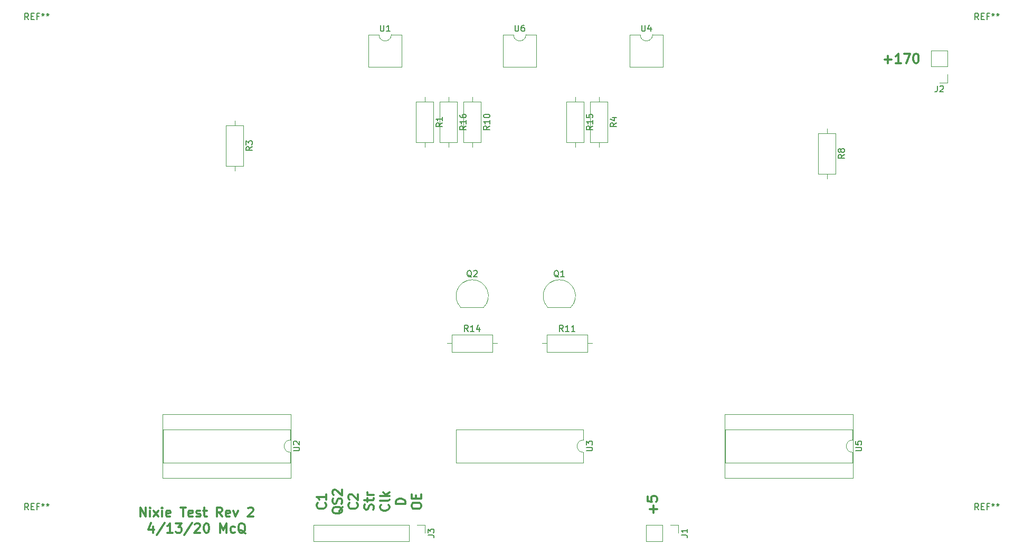
<source format=gbr>
G04 #@! TF.GenerationSoftware,KiCad,Pcbnew,5.0.2+dfsg1-1~bpo9+1*
G04 #@! TF.CreationDate,2020-04-30T19:20:10-04:00*
G04 #@! TF.ProjectId,NixieTest,4e697869-6554-4657-9374-2e6b69636164,rev?*
G04 #@! TF.SameCoordinates,Original*
G04 #@! TF.FileFunction,Legend,Top*
G04 #@! TF.FilePolarity,Positive*
%FSLAX46Y46*%
G04 Gerber Fmt 4.6, Leading zero omitted, Abs format (unit mm)*
G04 Created by KiCad (PCBNEW 5.0.2+dfsg1-1~bpo9+1) date Thu 30 Apr 2020 07:20:10 PM EDT*
%MOMM*%
%LPD*%
G01*
G04 APERTURE LIST*
%ADD10C,0.300000*%
%ADD11C,0.120000*%
%ADD12C,0.150000*%
G04 APERTURE END LIST*
D10*
X67418285Y-104051571D02*
X67418285Y-102551571D01*
X68275428Y-104051571D01*
X68275428Y-102551571D01*
X68989714Y-104051571D02*
X68989714Y-103051571D01*
X68989714Y-102551571D02*
X68918285Y-102623000D01*
X68989714Y-102694428D01*
X69061142Y-102623000D01*
X68989714Y-102551571D01*
X68989714Y-102694428D01*
X69561142Y-104051571D02*
X70346857Y-103051571D01*
X69561142Y-103051571D02*
X70346857Y-104051571D01*
X70918285Y-104051571D02*
X70918285Y-103051571D01*
X70918285Y-102551571D02*
X70846857Y-102623000D01*
X70918285Y-102694428D01*
X70989714Y-102623000D01*
X70918285Y-102551571D01*
X70918285Y-102694428D01*
X72204000Y-103980142D02*
X72061142Y-104051571D01*
X71775428Y-104051571D01*
X71632571Y-103980142D01*
X71561142Y-103837285D01*
X71561142Y-103265857D01*
X71632571Y-103123000D01*
X71775428Y-103051571D01*
X72061142Y-103051571D01*
X72204000Y-103123000D01*
X72275428Y-103265857D01*
X72275428Y-103408714D01*
X71561142Y-103551571D01*
X73846857Y-102551571D02*
X74704000Y-102551571D01*
X74275428Y-104051571D02*
X74275428Y-102551571D01*
X75775428Y-103980142D02*
X75632571Y-104051571D01*
X75346857Y-104051571D01*
X75204000Y-103980142D01*
X75132571Y-103837285D01*
X75132571Y-103265857D01*
X75204000Y-103123000D01*
X75346857Y-103051571D01*
X75632571Y-103051571D01*
X75775428Y-103123000D01*
X75846857Y-103265857D01*
X75846857Y-103408714D01*
X75132571Y-103551571D01*
X76418285Y-103980142D02*
X76561142Y-104051571D01*
X76846857Y-104051571D01*
X76989714Y-103980142D01*
X77061142Y-103837285D01*
X77061142Y-103765857D01*
X76989714Y-103623000D01*
X76846857Y-103551571D01*
X76632571Y-103551571D01*
X76489714Y-103480142D01*
X76418285Y-103337285D01*
X76418285Y-103265857D01*
X76489714Y-103123000D01*
X76632571Y-103051571D01*
X76846857Y-103051571D01*
X76989714Y-103123000D01*
X77489714Y-103051571D02*
X78061142Y-103051571D01*
X77704000Y-102551571D02*
X77704000Y-103837285D01*
X77775428Y-103980142D01*
X77918285Y-104051571D01*
X78061142Y-104051571D01*
X80561142Y-104051571D02*
X80061142Y-103337285D01*
X79704000Y-104051571D02*
X79704000Y-102551571D01*
X80275428Y-102551571D01*
X80418285Y-102623000D01*
X80489714Y-102694428D01*
X80561142Y-102837285D01*
X80561142Y-103051571D01*
X80489714Y-103194428D01*
X80418285Y-103265857D01*
X80275428Y-103337285D01*
X79704000Y-103337285D01*
X81775428Y-103980142D02*
X81632571Y-104051571D01*
X81346857Y-104051571D01*
X81204000Y-103980142D01*
X81132571Y-103837285D01*
X81132571Y-103265857D01*
X81204000Y-103123000D01*
X81346857Y-103051571D01*
X81632571Y-103051571D01*
X81775428Y-103123000D01*
X81846857Y-103265857D01*
X81846857Y-103408714D01*
X81132571Y-103551571D01*
X82346857Y-103051571D02*
X82704000Y-104051571D01*
X83061142Y-103051571D01*
X84704000Y-102694428D02*
X84775428Y-102623000D01*
X84918285Y-102551571D01*
X85275428Y-102551571D01*
X85418285Y-102623000D01*
X85489714Y-102694428D01*
X85561142Y-102837285D01*
X85561142Y-102980142D01*
X85489714Y-103194428D01*
X84632571Y-104051571D01*
X85561142Y-104051571D01*
X69454000Y-105601571D02*
X69454000Y-106601571D01*
X69096857Y-105030142D02*
X68739714Y-106101571D01*
X69668285Y-106101571D01*
X71311142Y-105030142D02*
X70025428Y-106958714D01*
X72596857Y-106601571D02*
X71739714Y-106601571D01*
X72168285Y-106601571D02*
X72168285Y-105101571D01*
X72025428Y-105315857D01*
X71882571Y-105458714D01*
X71739714Y-105530142D01*
X73096857Y-105101571D02*
X74025428Y-105101571D01*
X73525428Y-105673000D01*
X73739714Y-105673000D01*
X73882571Y-105744428D01*
X73954000Y-105815857D01*
X74025428Y-105958714D01*
X74025428Y-106315857D01*
X73954000Y-106458714D01*
X73882571Y-106530142D01*
X73739714Y-106601571D01*
X73311142Y-106601571D01*
X73168285Y-106530142D01*
X73096857Y-106458714D01*
X75739714Y-105030142D02*
X74454000Y-106958714D01*
X76168285Y-105244428D02*
X76239714Y-105173000D01*
X76382571Y-105101571D01*
X76739714Y-105101571D01*
X76882571Y-105173000D01*
X76954000Y-105244428D01*
X77025428Y-105387285D01*
X77025428Y-105530142D01*
X76954000Y-105744428D01*
X76096857Y-106601571D01*
X77025428Y-106601571D01*
X77954000Y-105101571D02*
X78096857Y-105101571D01*
X78239714Y-105173000D01*
X78311142Y-105244428D01*
X78382571Y-105387285D01*
X78454000Y-105673000D01*
X78454000Y-106030142D01*
X78382571Y-106315857D01*
X78311142Y-106458714D01*
X78239714Y-106530142D01*
X78096857Y-106601571D01*
X77954000Y-106601571D01*
X77811142Y-106530142D01*
X77739714Y-106458714D01*
X77668285Y-106315857D01*
X77596857Y-106030142D01*
X77596857Y-105673000D01*
X77668285Y-105387285D01*
X77739714Y-105244428D01*
X77811142Y-105173000D01*
X77954000Y-105101571D01*
X80239714Y-106601571D02*
X80239714Y-105101571D01*
X80739714Y-106173000D01*
X81239714Y-105101571D01*
X81239714Y-106601571D01*
X82596857Y-106530142D02*
X82454000Y-106601571D01*
X82168285Y-106601571D01*
X82025428Y-106530142D01*
X81954000Y-106458714D01*
X81882571Y-106315857D01*
X81882571Y-105887285D01*
X81954000Y-105744428D01*
X82025428Y-105673000D01*
X82168285Y-105601571D01*
X82454000Y-105601571D01*
X82596857Y-105673000D01*
X84239714Y-106744428D02*
X84096857Y-106673000D01*
X83954000Y-106530142D01*
X83739714Y-106315857D01*
X83596857Y-106244428D01*
X83454000Y-106244428D01*
X83525428Y-106601571D02*
X83382571Y-106530142D01*
X83239714Y-106387285D01*
X83168285Y-106101571D01*
X83168285Y-105601571D01*
X83239714Y-105315857D01*
X83382571Y-105173000D01*
X83525428Y-105101571D01*
X83811142Y-105101571D01*
X83954000Y-105173000D01*
X84096857Y-105315857D01*
X84168285Y-105601571D01*
X84168285Y-106101571D01*
X84096857Y-106387285D01*
X83954000Y-106530142D01*
X83811142Y-106601571D01*
X83525428Y-106601571D01*
X149713142Y-103393714D02*
X149713142Y-102250857D01*
X150284571Y-102822285D02*
X149141714Y-102822285D01*
X148784571Y-100822285D02*
X148784571Y-101536571D01*
X149498857Y-101608000D01*
X149427428Y-101536571D01*
X149356000Y-101393714D01*
X149356000Y-101036571D01*
X149427428Y-100893714D01*
X149498857Y-100822285D01*
X149641714Y-100750857D01*
X149998857Y-100750857D01*
X150141714Y-100822285D01*
X150213142Y-100893714D01*
X150284571Y-101036571D01*
X150284571Y-101393714D01*
X150213142Y-101536571D01*
X150141714Y-101608000D01*
X186769714Y-30587142D02*
X187912571Y-30587142D01*
X187341142Y-31158571D02*
X187341142Y-30015714D01*
X189412571Y-31158571D02*
X188555428Y-31158571D01*
X188984000Y-31158571D02*
X188984000Y-29658571D01*
X188841142Y-29872857D01*
X188698285Y-30015714D01*
X188555428Y-30087142D01*
X189912571Y-29658571D02*
X190912571Y-29658571D01*
X190269714Y-31158571D01*
X191769714Y-29658571D02*
X191912571Y-29658571D01*
X192055428Y-29730000D01*
X192126857Y-29801428D01*
X192198285Y-29944285D01*
X192269714Y-30230000D01*
X192269714Y-30587142D01*
X192198285Y-30872857D01*
X192126857Y-31015714D01*
X192055428Y-31087142D01*
X191912571Y-31158571D01*
X191769714Y-31158571D01*
X191626857Y-31087142D01*
X191555428Y-31015714D01*
X191484000Y-30872857D01*
X191412571Y-30587142D01*
X191412571Y-30230000D01*
X191484000Y-29944285D01*
X191555428Y-29801428D01*
X191626857Y-29730000D01*
X191769714Y-29658571D01*
X97055714Y-101850000D02*
X97127142Y-101921428D01*
X97198571Y-102135714D01*
X97198571Y-102278571D01*
X97127142Y-102492857D01*
X96984285Y-102635714D01*
X96841428Y-102707142D01*
X96555714Y-102778571D01*
X96341428Y-102778571D01*
X96055714Y-102707142D01*
X95912857Y-102635714D01*
X95770000Y-102492857D01*
X95698571Y-102278571D01*
X95698571Y-102135714D01*
X95770000Y-101921428D01*
X95841428Y-101850000D01*
X97198571Y-100421428D02*
X97198571Y-101278571D01*
X97198571Y-100850000D02*
X95698571Y-100850000D01*
X95912857Y-100992857D01*
X96055714Y-101135714D01*
X96127142Y-101278571D01*
X99881428Y-102457142D02*
X99810000Y-102600000D01*
X99667142Y-102742857D01*
X99452857Y-102957142D01*
X99381428Y-103100000D01*
X99381428Y-103242857D01*
X99738571Y-103171428D02*
X99667142Y-103314285D01*
X99524285Y-103457142D01*
X99238571Y-103528571D01*
X98738571Y-103528571D01*
X98452857Y-103457142D01*
X98310000Y-103314285D01*
X98238571Y-103171428D01*
X98238571Y-102885714D01*
X98310000Y-102742857D01*
X98452857Y-102600000D01*
X98738571Y-102528571D01*
X99238571Y-102528571D01*
X99524285Y-102600000D01*
X99667142Y-102742857D01*
X99738571Y-102885714D01*
X99738571Y-103171428D01*
X99667142Y-101957142D02*
X99738571Y-101742857D01*
X99738571Y-101385714D01*
X99667142Y-101242857D01*
X99595714Y-101171428D01*
X99452857Y-101100000D01*
X99310000Y-101100000D01*
X99167142Y-101171428D01*
X99095714Y-101242857D01*
X99024285Y-101385714D01*
X98952857Y-101671428D01*
X98881428Y-101814285D01*
X98810000Y-101885714D01*
X98667142Y-101957142D01*
X98524285Y-101957142D01*
X98381428Y-101885714D01*
X98310000Y-101814285D01*
X98238571Y-101671428D01*
X98238571Y-101314285D01*
X98310000Y-101100000D01*
X98381428Y-100528571D02*
X98310000Y-100457142D01*
X98238571Y-100314285D01*
X98238571Y-99957142D01*
X98310000Y-99814285D01*
X98381428Y-99742857D01*
X98524285Y-99671428D01*
X98667142Y-99671428D01*
X98881428Y-99742857D01*
X99738571Y-100600000D01*
X99738571Y-99671428D01*
X102135714Y-101850000D02*
X102207142Y-101921428D01*
X102278571Y-102135714D01*
X102278571Y-102278571D01*
X102207142Y-102492857D01*
X102064285Y-102635714D01*
X101921428Y-102707142D01*
X101635714Y-102778571D01*
X101421428Y-102778571D01*
X101135714Y-102707142D01*
X100992857Y-102635714D01*
X100850000Y-102492857D01*
X100778571Y-102278571D01*
X100778571Y-102135714D01*
X100850000Y-101921428D01*
X100921428Y-101850000D01*
X100921428Y-101278571D02*
X100850000Y-101207142D01*
X100778571Y-101064285D01*
X100778571Y-100707142D01*
X100850000Y-100564285D01*
X100921428Y-100492857D01*
X101064285Y-100421428D01*
X101207142Y-100421428D01*
X101421428Y-100492857D01*
X102278571Y-101350000D01*
X102278571Y-100421428D01*
X104747142Y-102921428D02*
X104818571Y-102707142D01*
X104818571Y-102350000D01*
X104747142Y-102207142D01*
X104675714Y-102135714D01*
X104532857Y-102064285D01*
X104390000Y-102064285D01*
X104247142Y-102135714D01*
X104175714Y-102207142D01*
X104104285Y-102350000D01*
X104032857Y-102635714D01*
X103961428Y-102778571D01*
X103890000Y-102850000D01*
X103747142Y-102921428D01*
X103604285Y-102921428D01*
X103461428Y-102850000D01*
X103390000Y-102778571D01*
X103318571Y-102635714D01*
X103318571Y-102278571D01*
X103390000Y-102064285D01*
X103818571Y-101635714D02*
X103818571Y-101064285D01*
X103318571Y-101421428D02*
X104604285Y-101421428D01*
X104747142Y-101350000D01*
X104818571Y-101207142D01*
X104818571Y-101064285D01*
X104818571Y-100564285D02*
X103818571Y-100564285D01*
X104104285Y-100564285D02*
X103961428Y-100492857D01*
X103890000Y-100421428D01*
X103818571Y-100278571D01*
X103818571Y-100135714D01*
X107215714Y-102135714D02*
X107287142Y-102207142D01*
X107358571Y-102421428D01*
X107358571Y-102564285D01*
X107287142Y-102778571D01*
X107144285Y-102921428D01*
X107001428Y-102992857D01*
X106715714Y-103064285D01*
X106501428Y-103064285D01*
X106215714Y-102992857D01*
X106072857Y-102921428D01*
X105930000Y-102778571D01*
X105858571Y-102564285D01*
X105858571Y-102421428D01*
X105930000Y-102207142D01*
X106001428Y-102135714D01*
X107358571Y-101278571D02*
X107287142Y-101421428D01*
X107144285Y-101492857D01*
X105858571Y-101492857D01*
X107358571Y-100707142D02*
X105858571Y-100707142D01*
X106787142Y-100564285D02*
X107358571Y-100135714D01*
X106358571Y-100135714D02*
X106930000Y-100707142D01*
X109898571Y-101992857D02*
X108398571Y-101992857D01*
X108398571Y-101635714D01*
X108470000Y-101421428D01*
X108612857Y-101278571D01*
X108755714Y-101207142D01*
X109041428Y-101135714D01*
X109255714Y-101135714D01*
X109541428Y-101207142D01*
X109684285Y-101278571D01*
X109827142Y-101421428D01*
X109898571Y-101635714D01*
X109898571Y-101992857D01*
X110938571Y-102421428D02*
X110938571Y-102135714D01*
X111010000Y-101992857D01*
X111152857Y-101850000D01*
X111438571Y-101778571D01*
X111938571Y-101778571D01*
X112224285Y-101850000D01*
X112367142Y-101992857D01*
X112438571Y-102135714D01*
X112438571Y-102421428D01*
X112367142Y-102564285D01*
X112224285Y-102707142D01*
X111938571Y-102778571D01*
X111438571Y-102778571D01*
X111152857Y-102707142D01*
X111010000Y-102564285D01*
X110938571Y-102421428D01*
X111652857Y-101135714D02*
X111652857Y-100635714D01*
X112438571Y-100421428D02*
X112438571Y-101135714D01*
X110938571Y-101135714D01*
X110938571Y-100421428D01*
D11*
G04 #@! TO.C,J1*
X153730000Y-105350000D02*
X153730000Y-106680000D01*
X152400000Y-105350000D02*
X153730000Y-105350000D01*
X151130000Y-105350000D02*
X151130000Y-108010000D01*
X151130000Y-108010000D02*
X148530000Y-108010000D01*
X151130000Y-105350000D02*
X148530000Y-105350000D01*
X148530000Y-105350000D02*
X148530000Y-108010000D01*
G04 #@! TO.C,J2*
X196910000Y-29150000D02*
X194250000Y-29150000D01*
X196910000Y-31750000D02*
X196910000Y-29150000D01*
X194250000Y-31750000D02*
X194250000Y-29150000D01*
X196910000Y-31750000D02*
X194250000Y-31750000D01*
X196910000Y-33020000D02*
X196910000Y-34350000D01*
X196910000Y-34350000D02*
X195580000Y-34350000D01*
G04 #@! TO.C,J3*
X95190000Y-105350000D02*
X95190000Y-108010000D01*
X110490000Y-105350000D02*
X95190000Y-105350000D01*
X110490000Y-108010000D02*
X95190000Y-108010000D01*
X110490000Y-105350000D02*
X110490000Y-108010000D01*
X111760000Y-105350000D02*
X113090000Y-105350000D01*
X113090000Y-105350000D02*
X113090000Y-106680000D01*
G04 #@! TO.C,Q1*
X132820000Y-70430000D02*
X136420000Y-70430000D01*
X132781522Y-70418478D02*
G75*
G02X134620000Y-65980000I1838478J1838478D01*
G01*
X136458478Y-70418478D02*
G75*
G03X134620000Y-65980000I-1838478J1838478D01*
G01*
G04 #@! TO.C,Q2*
X122488478Y-70418478D02*
G75*
G03X120650000Y-65980000I-1838478J1838478D01*
G01*
X118811522Y-70418478D02*
G75*
G02X120650000Y-65980000I1838478J1838478D01*
G01*
X118850000Y-70430000D02*
X122450000Y-70430000D01*
G04 #@! TO.C,R1*
X114400000Y-37370000D02*
X111660000Y-37370000D01*
X111660000Y-37370000D02*
X111660000Y-43910000D01*
X111660000Y-43910000D02*
X114400000Y-43910000D01*
X114400000Y-43910000D02*
X114400000Y-37370000D01*
X113030000Y-36600000D02*
X113030000Y-37370000D01*
X113030000Y-44680000D02*
X113030000Y-43910000D01*
G04 #@! TO.C,R3*
X82550000Y-48490000D02*
X82550000Y-47720000D01*
X82550000Y-40410000D02*
X82550000Y-41180000D01*
X83920000Y-47720000D02*
X83920000Y-41180000D01*
X81180000Y-47720000D02*
X83920000Y-47720000D01*
X81180000Y-41180000D02*
X81180000Y-47720000D01*
X83920000Y-41180000D02*
X81180000Y-41180000D01*
G04 #@! TO.C,R4*
X140970000Y-44680000D02*
X140970000Y-43910000D01*
X140970000Y-36600000D02*
X140970000Y-37370000D01*
X142340000Y-43910000D02*
X142340000Y-37370000D01*
X139600000Y-43910000D02*
X142340000Y-43910000D01*
X139600000Y-37370000D02*
X139600000Y-43910000D01*
X142340000Y-37370000D02*
X139600000Y-37370000D01*
G04 #@! TO.C,R8*
X178916000Y-42450000D02*
X176176000Y-42450000D01*
X176176000Y-42450000D02*
X176176000Y-48990000D01*
X176176000Y-48990000D02*
X178916000Y-48990000D01*
X178916000Y-48990000D02*
X178916000Y-42450000D01*
X177546000Y-41680000D02*
X177546000Y-42450000D01*
X177546000Y-49760000D02*
X177546000Y-48990000D01*
G04 #@! TO.C,R10*
X122020000Y-37370000D02*
X119280000Y-37370000D01*
X119280000Y-37370000D02*
X119280000Y-43910000D01*
X119280000Y-43910000D02*
X122020000Y-43910000D01*
X122020000Y-43910000D02*
X122020000Y-37370000D01*
X120650000Y-36600000D02*
X120650000Y-37370000D01*
X120650000Y-44680000D02*
X120650000Y-43910000D01*
G04 #@! TO.C,R11*
X139930000Y-76200000D02*
X139160000Y-76200000D01*
X131850000Y-76200000D02*
X132620000Y-76200000D01*
X139160000Y-74830000D02*
X132620000Y-74830000D01*
X139160000Y-77570000D02*
X139160000Y-74830000D01*
X132620000Y-77570000D02*
X139160000Y-77570000D01*
X132620000Y-74830000D02*
X132620000Y-77570000D01*
G04 #@! TO.C,R14*
X117380000Y-74830000D02*
X117380000Y-77570000D01*
X117380000Y-77570000D02*
X123920000Y-77570000D01*
X123920000Y-77570000D02*
X123920000Y-74830000D01*
X123920000Y-74830000D02*
X117380000Y-74830000D01*
X116610000Y-76200000D02*
X117380000Y-76200000D01*
X124690000Y-76200000D02*
X123920000Y-76200000D01*
G04 #@! TO.C,R15*
X138530000Y-37370000D02*
X135790000Y-37370000D01*
X135790000Y-37370000D02*
X135790000Y-43910000D01*
X135790000Y-43910000D02*
X138530000Y-43910000D01*
X138530000Y-43910000D02*
X138530000Y-37370000D01*
X137160000Y-36600000D02*
X137160000Y-37370000D01*
X137160000Y-44680000D02*
X137160000Y-43910000D01*
G04 #@! TO.C,R16*
X116840000Y-44680000D02*
X116840000Y-43910000D01*
X116840000Y-36600000D02*
X116840000Y-37370000D01*
X118210000Y-43910000D02*
X118210000Y-37370000D01*
X115470000Y-43910000D02*
X118210000Y-43910000D01*
X115470000Y-37370000D02*
X115470000Y-43910000D01*
X118210000Y-37370000D02*
X115470000Y-37370000D01*
G04 #@! TO.C,U1*
X107680000Y-26610000D02*
G75*
G02X105680000Y-26610000I-1000000J0D01*
G01*
X105680000Y-26610000D02*
X104030000Y-26610000D01*
X104030000Y-26610000D02*
X104030000Y-31810000D01*
X104030000Y-31810000D02*
X109330000Y-31810000D01*
X109330000Y-31810000D02*
X109330000Y-26610000D01*
X109330000Y-26610000D02*
X107680000Y-26610000D01*
G04 #@! TO.C,U2*
X91500000Y-93710000D02*
G75*
G02X91500000Y-91710000I0J1000000D01*
G01*
X91500000Y-91710000D02*
X91500000Y-90060000D01*
X91500000Y-90060000D02*
X71060000Y-90060000D01*
X71060000Y-90060000D02*
X71060000Y-95360000D01*
X71060000Y-95360000D02*
X91500000Y-95360000D01*
X91500000Y-95360000D02*
X91500000Y-93710000D01*
X91560000Y-87570000D02*
X71000000Y-87570000D01*
X71000000Y-87570000D02*
X71000000Y-97850000D01*
X71000000Y-97850000D02*
X91560000Y-97850000D01*
X91560000Y-97850000D02*
X91560000Y-87570000D01*
G04 #@! TO.C,U3*
X138490000Y-93710000D02*
G75*
G02X138490000Y-91710000I0J1000000D01*
G01*
X138490000Y-91710000D02*
X138490000Y-90060000D01*
X138490000Y-90060000D02*
X118050000Y-90060000D01*
X118050000Y-90060000D02*
X118050000Y-95360000D01*
X118050000Y-95360000D02*
X138490000Y-95360000D01*
X138490000Y-95360000D02*
X138490000Y-93710000D01*
G04 #@! TO.C,U4*
X151240000Y-26610000D02*
X149590000Y-26610000D01*
X151240000Y-31810000D02*
X151240000Y-26610000D01*
X145940000Y-31810000D02*
X151240000Y-31810000D01*
X145940000Y-26610000D02*
X145940000Y-31810000D01*
X147590000Y-26610000D02*
X145940000Y-26610000D01*
X149590000Y-26610000D02*
G75*
G02X147590000Y-26610000I-1000000J0D01*
G01*
G04 #@! TO.C,U5*
X181730000Y-97850000D02*
X181730000Y-87570000D01*
X161170000Y-97850000D02*
X181730000Y-97850000D01*
X161170000Y-87570000D02*
X161170000Y-97850000D01*
X181730000Y-87570000D02*
X161170000Y-87570000D01*
X181670000Y-95360000D02*
X181670000Y-93710000D01*
X161230000Y-95360000D02*
X181670000Y-95360000D01*
X161230000Y-90060000D02*
X161230000Y-95360000D01*
X181670000Y-90060000D02*
X161230000Y-90060000D01*
X181670000Y-91710000D02*
X181670000Y-90060000D01*
X181670000Y-93710000D02*
G75*
G02X181670000Y-91710000I0J1000000D01*
G01*
G04 #@! TO.C,U6*
X129270000Y-26610000D02*
G75*
G02X127270000Y-26610000I-1000000J0D01*
G01*
X127270000Y-26610000D02*
X125620000Y-26610000D01*
X125620000Y-26610000D02*
X125620000Y-31810000D01*
X125620000Y-31810000D02*
X130920000Y-31810000D01*
X130920000Y-31810000D02*
X130920000Y-26610000D01*
X130920000Y-26610000D02*
X129270000Y-26610000D01*
G04 #@! TO.C,J1*
D12*
X154182380Y-107013333D02*
X154896666Y-107013333D01*
X155039523Y-107060952D01*
X155134761Y-107156190D01*
X155182380Y-107299047D01*
X155182380Y-107394285D01*
X155182380Y-106013333D02*
X155182380Y-106584761D01*
X155182380Y-106299047D02*
X154182380Y-106299047D01*
X154325238Y-106394285D01*
X154420476Y-106489523D01*
X154468095Y-106584761D01*
G04 #@! TO.C,J2*
X195246666Y-34802380D02*
X195246666Y-35516666D01*
X195199047Y-35659523D01*
X195103809Y-35754761D01*
X194960952Y-35802380D01*
X194865714Y-35802380D01*
X195675238Y-34897619D02*
X195722857Y-34850000D01*
X195818095Y-34802380D01*
X196056190Y-34802380D01*
X196151428Y-34850000D01*
X196199047Y-34897619D01*
X196246666Y-34992857D01*
X196246666Y-35088095D01*
X196199047Y-35230952D01*
X195627619Y-35802380D01*
X196246666Y-35802380D01*
G04 #@! TO.C,J3*
X113542380Y-107013333D02*
X114256666Y-107013333D01*
X114399523Y-107060952D01*
X114494761Y-107156190D01*
X114542380Y-107299047D01*
X114542380Y-107394285D01*
X113542380Y-106632380D02*
X113542380Y-106013333D01*
X113923333Y-106346666D01*
X113923333Y-106203809D01*
X113970952Y-106108571D01*
X114018571Y-106060952D01*
X114113809Y-106013333D01*
X114351904Y-106013333D01*
X114447142Y-106060952D01*
X114494761Y-106108571D01*
X114542380Y-106203809D01*
X114542380Y-106489523D01*
X114494761Y-106584761D01*
X114447142Y-106632380D01*
G04 #@! TO.C,Q1*
X134524761Y-65567619D02*
X134429523Y-65520000D01*
X134334285Y-65424761D01*
X134191428Y-65281904D01*
X134096190Y-65234285D01*
X134000952Y-65234285D01*
X134048571Y-65472380D02*
X133953333Y-65424761D01*
X133858095Y-65329523D01*
X133810476Y-65139047D01*
X133810476Y-64805714D01*
X133858095Y-64615238D01*
X133953333Y-64520000D01*
X134048571Y-64472380D01*
X134239047Y-64472380D01*
X134334285Y-64520000D01*
X134429523Y-64615238D01*
X134477142Y-64805714D01*
X134477142Y-65139047D01*
X134429523Y-65329523D01*
X134334285Y-65424761D01*
X134239047Y-65472380D01*
X134048571Y-65472380D01*
X135429523Y-65472380D02*
X134858095Y-65472380D01*
X135143809Y-65472380D02*
X135143809Y-64472380D01*
X135048571Y-64615238D01*
X134953333Y-64710476D01*
X134858095Y-64758095D01*
G04 #@! TO.C,Q2*
X120554761Y-65567619D02*
X120459523Y-65520000D01*
X120364285Y-65424761D01*
X120221428Y-65281904D01*
X120126190Y-65234285D01*
X120030952Y-65234285D01*
X120078571Y-65472380D02*
X119983333Y-65424761D01*
X119888095Y-65329523D01*
X119840476Y-65139047D01*
X119840476Y-64805714D01*
X119888095Y-64615238D01*
X119983333Y-64520000D01*
X120078571Y-64472380D01*
X120269047Y-64472380D01*
X120364285Y-64520000D01*
X120459523Y-64615238D01*
X120507142Y-64805714D01*
X120507142Y-65139047D01*
X120459523Y-65329523D01*
X120364285Y-65424761D01*
X120269047Y-65472380D01*
X120078571Y-65472380D01*
X120888095Y-64567619D02*
X120935714Y-64520000D01*
X121030952Y-64472380D01*
X121269047Y-64472380D01*
X121364285Y-64520000D01*
X121411904Y-64567619D01*
X121459523Y-64662857D01*
X121459523Y-64758095D01*
X121411904Y-64900952D01*
X120840476Y-65472380D01*
X121459523Y-65472380D01*
G04 #@! TO.C,R1*
X115852380Y-40806666D02*
X115376190Y-41140000D01*
X115852380Y-41378095D02*
X114852380Y-41378095D01*
X114852380Y-40997142D01*
X114900000Y-40901904D01*
X114947619Y-40854285D01*
X115042857Y-40806666D01*
X115185714Y-40806666D01*
X115280952Y-40854285D01*
X115328571Y-40901904D01*
X115376190Y-40997142D01*
X115376190Y-41378095D01*
X115852380Y-39854285D02*
X115852380Y-40425714D01*
X115852380Y-40140000D02*
X114852380Y-40140000D01*
X114995238Y-40235238D01*
X115090476Y-40330476D01*
X115138095Y-40425714D01*
G04 #@! TO.C,R3*
X85372380Y-44616666D02*
X84896190Y-44950000D01*
X85372380Y-45188095D02*
X84372380Y-45188095D01*
X84372380Y-44807142D01*
X84420000Y-44711904D01*
X84467619Y-44664285D01*
X84562857Y-44616666D01*
X84705714Y-44616666D01*
X84800952Y-44664285D01*
X84848571Y-44711904D01*
X84896190Y-44807142D01*
X84896190Y-45188095D01*
X84372380Y-44283333D02*
X84372380Y-43664285D01*
X84753333Y-43997619D01*
X84753333Y-43854761D01*
X84800952Y-43759523D01*
X84848571Y-43711904D01*
X84943809Y-43664285D01*
X85181904Y-43664285D01*
X85277142Y-43711904D01*
X85324761Y-43759523D01*
X85372380Y-43854761D01*
X85372380Y-44140476D01*
X85324761Y-44235714D01*
X85277142Y-44283333D01*
G04 #@! TO.C,R4*
X143792380Y-40806666D02*
X143316190Y-41140000D01*
X143792380Y-41378095D02*
X142792380Y-41378095D01*
X142792380Y-40997142D01*
X142840000Y-40901904D01*
X142887619Y-40854285D01*
X142982857Y-40806666D01*
X143125714Y-40806666D01*
X143220952Y-40854285D01*
X143268571Y-40901904D01*
X143316190Y-40997142D01*
X143316190Y-41378095D01*
X143125714Y-39949523D02*
X143792380Y-39949523D01*
X142744761Y-40187619D02*
X143459047Y-40425714D01*
X143459047Y-39806666D01*
G04 #@! TO.C,R8*
X180368380Y-45886666D02*
X179892190Y-46220000D01*
X180368380Y-46458095D02*
X179368380Y-46458095D01*
X179368380Y-46077142D01*
X179416000Y-45981904D01*
X179463619Y-45934285D01*
X179558857Y-45886666D01*
X179701714Y-45886666D01*
X179796952Y-45934285D01*
X179844571Y-45981904D01*
X179892190Y-46077142D01*
X179892190Y-46458095D01*
X179796952Y-45315238D02*
X179749333Y-45410476D01*
X179701714Y-45458095D01*
X179606476Y-45505714D01*
X179558857Y-45505714D01*
X179463619Y-45458095D01*
X179416000Y-45410476D01*
X179368380Y-45315238D01*
X179368380Y-45124761D01*
X179416000Y-45029523D01*
X179463619Y-44981904D01*
X179558857Y-44934285D01*
X179606476Y-44934285D01*
X179701714Y-44981904D01*
X179749333Y-45029523D01*
X179796952Y-45124761D01*
X179796952Y-45315238D01*
X179844571Y-45410476D01*
X179892190Y-45458095D01*
X179987428Y-45505714D01*
X180177904Y-45505714D01*
X180273142Y-45458095D01*
X180320761Y-45410476D01*
X180368380Y-45315238D01*
X180368380Y-45124761D01*
X180320761Y-45029523D01*
X180273142Y-44981904D01*
X180177904Y-44934285D01*
X179987428Y-44934285D01*
X179892190Y-44981904D01*
X179844571Y-45029523D01*
X179796952Y-45124761D01*
G04 #@! TO.C,R10*
X123472380Y-41282857D02*
X122996190Y-41616190D01*
X123472380Y-41854285D02*
X122472380Y-41854285D01*
X122472380Y-41473333D01*
X122520000Y-41378095D01*
X122567619Y-41330476D01*
X122662857Y-41282857D01*
X122805714Y-41282857D01*
X122900952Y-41330476D01*
X122948571Y-41378095D01*
X122996190Y-41473333D01*
X122996190Y-41854285D01*
X123472380Y-40330476D02*
X123472380Y-40901904D01*
X123472380Y-40616190D02*
X122472380Y-40616190D01*
X122615238Y-40711428D01*
X122710476Y-40806666D01*
X122758095Y-40901904D01*
X122472380Y-39711428D02*
X122472380Y-39616190D01*
X122520000Y-39520952D01*
X122567619Y-39473333D01*
X122662857Y-39425714D01*
X122853333Y-39378095D01*
X123091428Y-39378095D01*
X123281904Y-39425714D01*
X123377142Y-39473333D01*
X123424761Y-39520952D01*
X123472380Y-39616190D01*
X123472380Y-39711428D01*
X123424761Y-39806666D01*
X123377142Y-39854285D01*
X123281904Y-39901904D01*
X123091428Y-39949523D01*
X122853333Y-39949523D01*
X122662857Y-39901904D01*
X122567619Y-39854285D01*
X122520000Y-39806666D01*
X122472380Y-39711428D01*
G04 #@! TO.C,R11*
X135247142Y-74282380D02*
X134913809Y-73806190D01*
X134675714Y-74282380D02*
X134675714Y-73282380D01*
X135056666Y-73282380D01*
X135151904Y-73330000D01*
X135199523Y-73377619D01*
X135247142Y-73472857D01*
X135247142Y-73615714D01*
X135199523Y-73710952D01*
X135151904Y-73758571D01*
X135056666Y-73806190D01*
X134675714Y-73806190D01*
X136199523Y-74282380D02*
X135628095Y-74282380D01*
X135913809Y-74282380D02*
X135913809Y-73282380D01*
X135818571Y-73425238D01*
X135723333Y-73520476D01*
X135628095Y-73568095D01*
X137151904Y-74282380D02*
X136580476Y-74282380D01*
X136866190Y-74282380D02*
X136866190Y-73282380D01*
X136770952Y-73425238D01*
X136675714Y-73520476D01*
X136580476Y-73568095D01*
G04 #@! TO.C,R14*
X120007142Y-74282380D02*
X119673809Y-73806190D01*
X119435714Y-74282380D02*
X119435714Y-73282380D01*
X119816666Y-73282380D01*
X119911904Y-73330000D01*
X119959523Y-73377619D01*
X120007142Y-73472857D01*
X120007142Y-73615714D01*
X119959523Y-73710952D01*
X119911904Y-73758571D01*
X119816666Y-73806190D01*
X119435714Y-73806190D01*
X120959523Y-74282380D02*
X120388095Y-74282380D01*
X120673809Y-74282380D02*
X120673809Y-73282380D01*
X120578571Y-73425238D01*
X120483333Y-73520476D01*
X120388095Y-73568095D01*
X121816666Y-73615714D02*
X121816666Y-74282380D01*
X121578571Y-73234761D02*
X121340476Y-73949047D01*
X121959523Y-73949047D01*
G04 #@! TO.C,R15*
X139982380Y-41282857D02*
X139506190Y-41616190D01*
X139982380Y-41854285D02*
X138982380Y-41854285D01*
X138982380Y-41473333D01*
X139030000Y-41378095D01*
X139077619Y-41330476D01*
X139172857Y-41282857D01*
X139315714Y-41282857D01*
X139410952Y-41330476D01*
X139458571Y-41378095D01*
X139506190Y-41473333D01*
X139506190Y-41854285D01*
X139982380Y-40330476D02*
X139982380Y-40901904D01*
X139982380Y-40616190D02*
X138982380Y-40616190D01*
X139125238Y-40711428D01*
X139220476Y-40806666D01*
X139268095Y-40901904D01*
X138982380Y-39425714D02*
X138982380Y-39901904D01*
X139458571Y-39949523D01*
X139410952Y-39901904D01*
X139363333Y-39806666D01*
X139363333Y-39568571D01*
X139410952Y-39473333D01*
X139458571Y-39425714D01*
X139553809Y-39378095D01*
X139791904Y-39378095D01*
X139887142Y-39425714D01*
X139934761Y-39473333D01*
X139982380Y-39568571D01*
X139982380Y-39806666D01*
X139934761Y-39901904D01*
X139887142Y-39949523D01*
G04 #@! TO.C,R16*
X119662380Y-41282857D02*
X119186190Y-41616190D01*
X119662380Y-41854285D02*
X118662380Y-41854285D01*
X118662380Y-41473333D01*
X118710000Y-41378095D01*
X118757619Y-41330476D01*
X118852857Y-41282857D01*
X118995714Y-41282857D01*
X119090952Y-41330476D01*
X119138571Y-41378095D01*
X119186190Y-41473333D01*
X119186190Y-41854285D01*
X119662380Y-40330476D02*
X119662380Y-40901904D01*
X119662380Y-40616190D02*
X118662380Y-40616190D01*
X118805238Y-40711428D01*
X118900476Y-40806666D01*
X118948095Y-40901904D01*
X118662380Y-39473333D02*
X118662380Y-39663809D01*
X118710000Y-39759047D01*
X118757619Y-39806666D01*
X118900476Y-39901904D01*
X119090952Y-39949523D01*
X119471904Y-39949523D01*
X119567142Y-39901904D01*
X119614761Y-39854285D01*
X119662380Y-39759047D01*
X119662380Y-39568571D01*
X119614761Y-39473333D01*
X119567142Y-39425714D01*
X119471904Y-39378095D01*
X119233809Y-39378095D01*
X119138571Y-39425714D01*
X119090952Y-39473333D01*
X119043333Y-39568571D01*
X119043333Y-39759047D01*
X119090952Y-39854285D01*
X119138571Y-39901904D01*
X119233809Y-39949523D01*
G04 #@! TO.C,U1*
X105918095Y-25062380D02*
X105918095Y-25871904D01*
X105965714Y-25967142D01*
X106013333Y-26014761D01*
X106108571Y-26062380D01*
X106299047Y-26062380D01*
X106394285Y-26014761D01*
X106441904Y-25967142D01*
X106489523Y-25871904D01*
X106489523Y-25062380D01*
X107489523Y-26062380D02*
X106918095Y-26062380D01*
X107203809Y-26062380D02*
X107203809Y-25062380D01*
X107108571Y-25205238D01*
X107013333Y-25300476D01*
X106918095Y-25348095D01*
G04 #@! TO.C,U2*
X91952380Y-93471904D02*
X92761904Y-93471904D01*
X92857142Y-93424285D01*
X92904761Y-93376666D01*
X92952380Y-93281428D01*
X92952380Y-93090952D01*
X92904761Y-92995714D01*
X92857142Y-92948095D01*
X92761904Y-92900476D01*
X91952380Y-92900476D01*
X92047619Y-92471904D02*
X92000000Y-92424285D01*
X91952380Y-92329047D01*
X91952380Y-92090952D01*
X92000000Y-91995714D01*
X92047619Y-91948095D01*
X92142857Y-91900476D01*
X92238095Y-91900476D01*
X92380952Y-91948095D01*
X92952380Y-92519523D01*
X92952380Y-91900476D01*
G04 #@! TO.C,U3*
X138942380Y-93471904D02*
X139751904Y-93471904D01*
X139847142Y-93424285D01*
X139894761Y-93376666D01*
X139942380Y-93281428D01*
X139942380Y-93090952D01*
X139894761Y-92995714D01*
X139847142Y-92948095D01*
X139751904Y-92900476D01*
X138942380Y-92900476D01*
X138942380Y-92519523D02*
X138942380Y-91900476D01*
X139323333Y-92233809D01*
X139323333Y-92090952D01*
X139370952Y-91995714D01*
X139418571Y-91948095D01*
X139513809Y-91900476D01*
X139751904Y-91900476D01*
X139847142Y-91948095D01*
X139894761Y-91995714D01*
X139942380Y-92090952D01*
X139942380Y-92376666D01*
X139894761Y-92471904D01*
X139847142Y-92519523D01*
G04 #@! TO.C,U4*
X147828095Y-25062380D02*
X147828095Y-25871904D01*
X147875714Y-25967142D01*
X147923333Y-26014761D01*
X148018571Y-26062380D01*
X148209047Y-26062380D01*
X148304285Y-26014761D01*
X148351904Y-25967142D01*
X148399523Y-25871904D01*
X148399523Y-25062380D01*
X149304285Y-25395714D02*
X149304285Y-26062380D01*
X149066190Y-25014761D02*
X148828095Y-25729047D01*
X149447142Y-25729047D01*
G04 #@! TO.C,U5*
X182122380Y-93471904D02*
X182931904Y-93471904D01*
X183027142Y-93424285D01*
X183074761Y-93376666D01*
X183122380Y-93281428D01*
X183122380Y-93090952D01*
X183074761Y-92995714D01*
X183027142Y-92948095D01*
X182931904Y-92900476D01*
X182122380Y-92900476D01*
X182122380Y-91948095D02*
X182122380Y-92424285D01*
X182598571Y-92471904D01*
X182550952Y-92424285D01*
X182503333Y-92329047D01*
X182503333Y-92090952D01*
X182550952Y-91995714D01*
X182598571Y-91948095D01*
X182693809Y-91900476D01*
X182931904Y-91900476D01*
X183027142Y-91948095D01*
X183074761Y-91995714D01*
X183122380Y-92090952D01*
X183122380Y-92329047D01*
X183074761Y-92424285D01*
X183027142Y-92471904D01*
G04 #@! TO.C,U6*
X127508095Y-25062380D02*
X127508095Y-25871904D01*
X127555714Y-25967142D01*
X127603333Y-26014761D01*
X127698571Y-26062380D01*
X127889047Y-26062380D01*
X127984285Y-26014761D01*
X128031904Y-25967142D01*
X128079523Y-25871904D01*
X128079523Y-25062380D01*
X128984285Y-25062380D02*
X128793809Y-25062380D01*
X128698571Y-25110000D01*
X128650952Y-25157619D01*
X128555714Y-25300476D01*
X128508095Y-25490952D01*
X128508095Y-25871904D01*
X128555714Y-25967142D01*
X128603333Y-26014761D01*
X128698571Y-26062380D01*
X128889047Y-26062380D01*
X128984285Y-26014761D01*
X129031904Y-25967142D01*
X129079523Y-25871904D01*
X129079523Y-25633809D01*
X129031904Y-25538571D01*
X128984285Y-25490952D01*
X128889047Y-25443333D01*
X128698571Y-25443333D01*
X128603333Y-25490952D01*
X128555714Y-25538571D01*
X128508095Y-25633809D01*
G04 #@! TO.C,REF\002A\002A*
X201866666Y-24192380D02*
X201533333Y-23716190D01*
X201295238Y-24192380D02*
X201295238Y-23192380D01*
X201676190Y-23192380D01*
X201771428Y-23240000D01*
X201819047Y-23287619D01*
X201866666Y-23382857D01*
X201866666Y-23525714D01*
X201819047Y-23620952D01*
X201771428Y-23668571D01*
X201676190Y-23716190D01*
X201295238Y-23716190D01*
X202295238Y-23668571D02*
X202628571Y-23668571D01*
X202771428Y-24192380D02*
X202295238Y-24192380D01*
X202295238Y-23192380D01*
X202771428Y-23192380D01*
X203533333Y-23668571D02*
X203200000Y-23668571D01*
X203200000Y-24192380D02*
X203200000Y-23192380D01*
X203676190Y-23192380D01*
X204200000Y-23192380D02*
X204200000Y-23430476D01*
X203961904Y-23335238D02*
X204200000Y-23430476D01*
X204438095Y-23335238D01*
X204057142Y-23620952D02*
X204200000Y-23430476D01*
X204342857Y-23620952D01*
X204961904Y-23192380D02*
X204961904Y-23430476D01*
X204723809Y-23335238D02*
X204961904Y-23430476D01*
X205200000Y-23335238D01*
X204819047Y-23620952D02*
X204961904Y-23430476D01*
X205104761Y-23620952D01*
X201866666Y-102932380D02*
X201533333Y-102456190D01*
X201295238Y-102932380D02*
X201295238Y-101932380D01*
X201676190Y-101932380D01*
X201771428Y-101980000D01*
X201819047Y-102027619D01*
X201866666Y-102122857D01*
X201866666Y-102265714D01*
X201819047Y-102360952D01*
X201771428Y-102408571D01*
X201676190Y-102456190D01*
X201295238Y-102456190D01*
X202295238Y-102408571D02*
X202628571Y-102408571D01*
X202771428Y-102932380D02*
X202295238Y-102932380D01*
X202295238Y-101932380D01*
X202771428Y-101932380D01*
X203533333Y-102408571D02*
X203200000Y-102408571D01*
X203200000Y-102932380D02*
X203200000Y-101932380D01*
X203676190Y-101932380D01*
X204200000Y-101932380D02*
X204200000Y-102170476D01*
X203961904Y-102075238D02*
X204200000Y-102170476D01*
X204438095Y-102075238D01*
X204057142Y-102360952D02*
X204200000Y-102170476D01*
X204342857Y-102360952D01*
X204961904Y-101932380D02*
X204961904Y-102170476D01*
X204723809Y-102075238D02*
X204961904Y-102170476D01*
X205200000Y-102075238D01*
X204819047Y-102360952D02*
X204961904Y-102170476D01*
X205104761Y-102360952D01*
X49466666Y-24192380D02*
X49133333Y-23716190D01*
X48895238Y-24192380D02*
X48895238Y-23192380D01*
X49276190Y-23192380D01*
X49371428Y-23240000D01*
X49419047Y-23287619D01*
X49466666Y-23382857D01*
X49466666Y-23525714D01*
X49419047Y-23620952D01*
X49371428Y-23668571D01*
X49276190Y-23716190D01*
X48895238Y-23716190D01*
X49895238Y-23668571D02*
X50228571Y-23668571D01*
X50371428Y-24192380D02*
X49895238Y-24192380D01*
X49895238Y-23192380D01*
X50371428Y-23192380D01*
X51133333Y-23668571D02*
X50800000Y-23668571D01*
X50800000Y-24192380D02*
X50800000Y-23192380D01*
X51276190Y-23192380D01*
X51800000Y-23192380D02*
X51800000Y-23430476D01*
X51561904Y-23335238D02*
X51800000Y-23430476D01*
X52038095Y-23335238D01*
X51657142Y-23620952D02*
X51800000Y-23430476D01*
X51942857Y-23620952D01*
X52561904Y-23192380D02*
X52561904Y-23430476D01*
X52323809Y-23335238D02*
X52561904Y-23430476D01*
X52800000Y-23335238D01*
X52419047Y-23620952D02*
X52561904Y-23430476D01*
X52704761Y-23620952D01*
X49466666Y-102932380D02*
X49133333Y-102456190D01*
X48895238Y-102932380D02*
X48895238Y-101932380D01*
X49276190Y-101932380D01*
X49371428Y-101980000D01*
X49419047Y-102027619D01*
X49466666Y-102122857D01*
X49466666Y-102265714D01*
X49419047Y-102360952D01*
X49371428Y-102408571D01*
X49276190Y-102456190D01*
X48895238Y-102456190D01*
X49895238Y-102408571D02*
X50228571Y-102408571D01*
X50371428Y-102932380D02*
X49895238Y-102932380D01*
X49895238Y-101932380D01*
X50371428Y-101932380D01*
X51133333Y-102408571D02*
X50800000Y-102408571D01*
X50800000Y-102932380D02*
X50800000Y-101932380D01*
X51276190Y-101932380D01*
X51800000Y-101932380D02*
X51800000Y-102170476D01*
X51561904Y-102075238D02*
X51800000Y-102170476D01*
X52038095Y-102075238D01*
X51657142Y-102360952D02*
X51800000Y-102170476D01*
X51942857Y-102360952D01*
X52561904Y-101932380D02*
X52561904Y-102170476D01*
X52323809Y-102075238D02*
X52561904Y-102170476D01*
X52800000Y-102075238D01*
X52419047Y-102360952D02*
X52561904Y-102170476D01*
X52704761Y-102360952D01*
G04 #@! TD*
M02*

</source>
